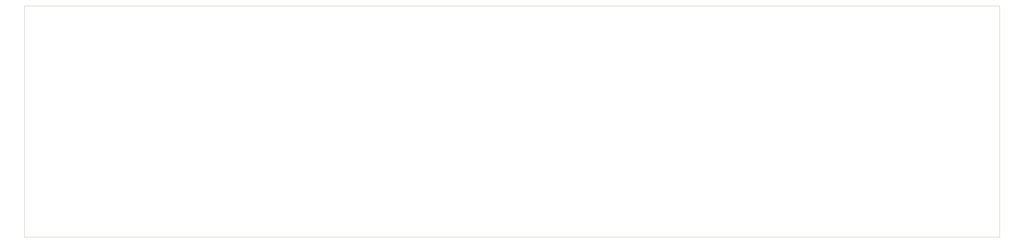
<source format=gbr>
G04 #@! TF.GenerationSoftware,KiCad,Pcbnew,5.1.10-88a1d61d58~88~ubuntu18.04.1*
G04 #@! TF.CreationDate,2021-08-16T10:40:17-04:00*
G04 #@! TF.ProjectId,readout_trenz,72656164-6f75-4745-9f74-72656e7a2e6b,rev?*
G04 #@! TF.SameCoordinates,Original*
G04 #@! TF.FileFunction,Profile,NP*
%FSLAX46Y46*%
G04 Gerber Fmt 4.6, Leading zero omitted, Abs format (unit mm)*
G04 Created by KiCad (PCBNEW 5.1.10-88a1d61d58~88~ubuntu18.04.1) date 2021-08-16 10:40:17*
%MOMM*%
%LPD*%
G01*
G04 APERTURE LIST*
G04 #@! TA.AperFunction,Profile*
%ADD10C,0.100000*%
G04 #@! TD*
G04 APERTURE END LIST*
D10*
X560000000Y-100000000D02*
X560000000Y-209300000D01*
X100000000Y-100000000D02*
X560000000Y-100000000D01*
X100000000Y-209300000D02*
X100000000Y-100000000D01*
X560000000Y-209300000D02*
X100000000Y-209300000D01*
M02*

</source>
